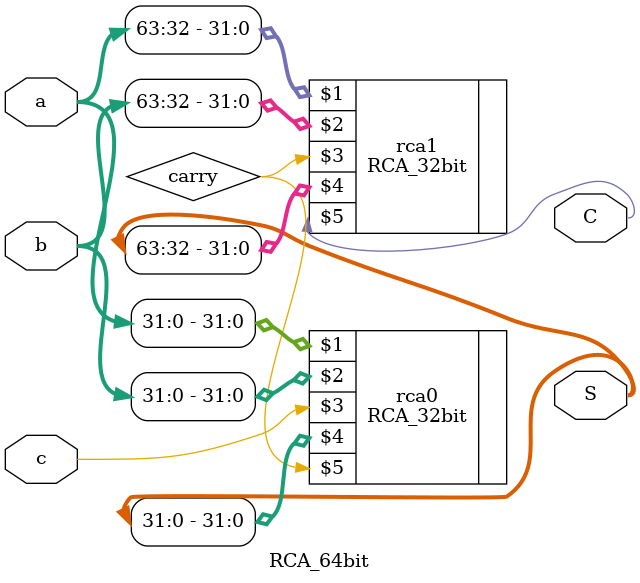
<source format=v>
`timescale 1ns / 1ps


module RCA_64bit(a,b,c,S,C);
	input [63:0] a,b;			// input 16 bit summands
	input c;						// carry input
	output [63:0] S;			// 16 bit sum output
	output C;					// Output Carry
	wire carry;					// Buffer Carry
	
	// Cascading two 32 bit Ripple Carry Adders to create a 64 bit Ripple Carry Adder
	RCA_32bit rca0(a[31:0],b[31:0],c,S[31:0],carry);
	RCA_32bit rca1(a[63:32],b[63:32],carry,S[63:32],C);

endmodule

</source>
